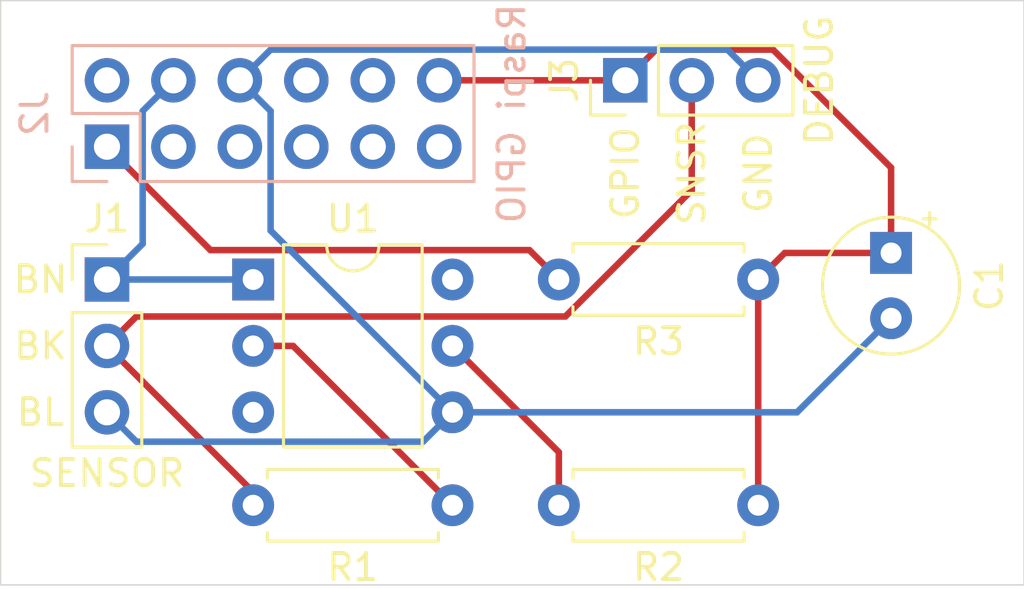
<source format=kicad_pcb>
(kicad_pcb (version 20211014) (generator pcbnew)
  (layers (0 "F.Cu" signal) (31 "B.Cu" signal) (34 "B.Paste" user) (35 "F.Paste" user) (36 "B.SilkS" user "B.Silkscreen") (37 "F.SilkS" user "F.Silkscreen") (38 "B.Mask" user) (39 "F.Mask" user) (44 "Edge.Cuts" user))
  (net 0 "")
  (net 1 "GND")
  (net 2 "D1")
  (net 3 "D2")
  (net 4 "+5V")
  (net 13 "+3V3")
  (net 14 "Net-(R1-Pad1)")
  (net 15 "Net-(R2-Pad2)")
  (footprint "Connector_PinHeader_2.54mm:PinHeader_1x03_P2.54mm_Vertical" (layer "F.Cu") (at 112.268 56.388)
    (fp_text reference "J1" (at 0 -2.33) (layer "F.SilkS"))
    (fp_text value "SENSOR" (at 0 7.41) (layer "F.SilkS"))
    (fp_line (start -1.33 6.41) (end 1.33 6.41) (layer "F.SilkS") (width 0.12))
    (fp_line (start -1.33 1.27) (end -1.33 6.41) (layer "F.SilkS") (width 0.12))
    (fp_line (start -1.33 1.27) (end 1.33 1.27) (layer "F.SilkS") (width 0.12))
    (fp_line (start -1.33 0) (end -1.33 -1.33) (layer "F.SilkS") (width 0.12))
    (fp_line (start -1.33 -1.33) (end 0 -1.33) (layer "F.SilkS") (width 0.12))
    (fp_line (start 1.33 1.27) (end 1.33 6.41) (layer "F.SilkS") (width 0.12))
    (pad "1" thru_hole rect locked (at 0 0) (size 1.7 1.7) (drill 1) (layers *.Cu *.Mask) (net 4 "+5V"))
    (pad "2" thru_hole oval locked (at 0 2.54) (size 1.7 1.7) (drill 1) (layers *.Cu *.Mask) (net 3 "D2"))
    (pad "3" thru_hole oval locked (at 0 5.08) (size 1.7 1.7) (drill 1) (layers *.Cu *.Mask) (net 1 "GND"))
  )
  (footprint "Connector_PinHeader_2.54mm:PinHeader_1x03_P2.54mm_Vertical" (layer "F.Cu") (at 132.08 48.768 90)
    (fp_text reference "J3" (at 0 -2.33 90) (layer "F.SilkS"))
    (fp_text value "DEBUG" (at 0 7.41 90) (layer "F.SilkS"))
    (fp_line (start -1.33 -1.33) (end 0 -1.33) (layer "F.SilkS") (width 0.12))
    (fp_line (start -1.33 6.41) (end 1.33 6.41) (layer "F.SilkS") (width 0.12))
    (fp_line (start 1.33 1.27) (end 1.33 6.41) (layer "F.SilkS") (width 0.12))
    (fp_line (start -1.33 0) (end -1.33 -1.33) (layer "F.SilkS") (width 0.12))
    (fp_line (start -1.33 1.27) (end -1.33 6.41) (layer "F.SilkS") (width 0.12))
    (fp_line (start -1.33 1.27) (end 1.33 1.27) (layer "F.SilkS") (width 0.12))
    (pad "1" thru_hole rect locked (at 0 0 90) (size 1.7 1.7) (drill 1) (layers *.Cu *.Mask) (net 2 "D1"))
    (pad "2" thru_hole oval locked (at 0 2.54 90) (size 1.7 1.7) (drill 1) (layers *.Cu *.Mask) (net 3 "D2"))
    (pad "3" thru_hole oval locked (at 0 5.08 90) (size 1.7 1.7) (drill 1) (layers *.Cu *.Mask) (net 1 "GND"))
  )
  (footprint "Resistor_THT:R_Axial_DIN0207_L6.3mm_D2.5mm_P7.62mm_Horizontal" (layer "F.Cu") (at 137.16 56.388 180)
    (fp_text reference "R3" (at 3.81 -2.37) (layer "F.SilkS"))
    (fp_text value "R")
    (fp_line (start 7.08 1.37) (end 7.08 1.04) (layer "F.SilkS") (width 0.12))
    (fp_line (start 0.54 -1.37) (end 7.08 -1.37) (layer "F.SilkS") (width 0.12))
    (fp_line (start 0.54 -1.04) (end 0.54 -1.37) (layer "F.SilkS") (width 0.12))
    (fp_line (start 0.54 1.37) (end 7.08 1.37) (layer "F.SilkS") (width 0.12))
    (fp_line (start 0.54 1.04) (end 0.54 1.37) (layer "F.SilkS") (width 0.12))
    (fp_line (start 7.08 -1.37) (end 7.08 -1.04) (layer "F.SilkS") (width 0.12))
    (pad "1" thru_hole circle locked (at 0 0 180) (size 1.6 1.6) (drill 0.8) (layers *.Cu *.Mask) (net 2 "D1"))
    (pad "2" thru_hole oval locked (at 7.62 0 180) (size 1.6 1.6) (drill 0.8) (layers *.Cu *.Mask) (net 13 "+3V3"))
  )
  (footprint "Package_DIP:DIP-6_W7.62mm" (layer "F.Cu") (at 117.856 56.388)
    (fp_text reference "U1" (at 3.81 -2.33) (layer "F.SilkS"))
    (fp_text value "4N35")
    (fp_line (start 6.46 6.41) (end 6.46 -1.33) (layer "F.SilkS") (width 0.12))
    (fp_line (start 2.81 -1.33) (end 1.16 -1.33) (layer "F.SilkS") (width 0.12))
    (fp_line (start 1.16 -1.33) (end 1.16 6.41) (layer "F.SilkS") (width 0.12))
    (fp_line (start 6.46 -1.33) (end 4.81 -1.33) (layer "F.SilkS") (width 0.12))
    (fp_line (start 1.16 6.41) (end 6.46 6.41) (layer "F.SilkS") (width 0.12))
    (fp_arc (start 4.81 -1.33) (mid 3.81 -0.33) (end 2.81 -1.33) (layer "F.SilkS") (width 0.12))
    (pad "1" thru_hole rect locked (at 0 0) (size 1.6 1.6) (drill 0.8) (layers *.Cu *.Mask) (net 4 "+5V"))
    (pad "2" thru_hole oval locked (at 0 2.54) (size 1.6 1.6) (drill 0.8) (layers *.Cu *.Mask) (net 14 "Net-(R1-Pad1)"))
    (pad "3" thru_hole oval locked (at 0 5.08) (size 1.6 1.6) (drill 0.8) (layers *.Cu *.Mask))
    (pad "4" thru_hole oval locked (at 7.62 5.08) (size 1.6 1.6) (drill 0.8) (layers *.Cu *.Mask) (net 1 "GND"))
    (pad "5" thru_hole oval locked (at 7.62 2.54) (size 1.6 1.6) (drill 0.8) (layers *.Cu *.Mask) (net 15 "Net-(R2-Pad2)"))
    (pad "6" thru_hole oval locked (at 7.62 0) (size 1.6 1.6) (drill 0.8) (layers *.Cu *.Mask))
  )
  (footprint "Resistor_THT:R_Axial_DIN0207_L6.3mm_D2.5mm_P7.62mm_Horizontal" (layer "F.Cu") (at 125.476 65.024 180)
    (fp_text reference "R1" (at 3.81 -2.37) (layer "F.SilkS"))
    (fp_text value "330")
    (fp_line (start 0.54 -1.04) (end 0.54 -1.37) (layer "F.SilkS") (width 0.12))
    (fp_line (start 0.54 1.37) (end 7.08 1.37) (layer "F.SilkS") (width 0.12))
    (fp_line (start 0.54 1.04) (end 0.54 1.37) (layer "F.SilkS") (width 0.12))
    (fp_line (start 7.08 -1.37) (end 7.08 -1.04) (layer "F.SilkS") (width 0.12))
    (fp_line (start 0.54 -1.37) (end 7.08 -1.37) (layer "F.SilkS") (width 0.12))
    (fp_line (start 7.08 1.37) (end 7.08 1.04) (layer "F.SilkS") (width 0.12))
    (pad "1" thru_hole circle locked (at 0 0 180) (size 1.6 1.6) (drill 0.8) (layers *.Cu *.Mask) (net 14 "Net-(R1-Pad1)"))
    (pad "2" thru_hole oval locked (at 7.62 0 180) (size 1.6 1.6) (drill 0.8) (layers *.Cu *.Mask) (net 3 "D2"))
  )
  (footprint "Resistor_THT:R_Axial_DIN0207_L6.3mm_D2.5mm_P7.62mm_Horizontal" (layer "F.Cu") (at 137.16 65.024 180)
    (fp_text reference "R2" (at 3.81 -2.37) (layer "F.SilkS"))
    (fp_text value "5K1")
    (fp_line (start 7.08 -1.37) (end 7.08 -1.04) (layer "F.SilkS") (width 0.12))
    (fp_line (start 0.54 1.37) (end 7.08 1.37) (layer "F.SilkS") (width 0.12))
    (fp_line (start 0.54 1.04) (end 0.54 1.37) (layer "F.SilkS") (width 0.12))
    (fp_line (start 7.08 1.37) (end 7.08 1.04) (layer "F.SilkS") (width 0.12))
    (fp_line (start 0.54 -1.37) (end 7.08 -1.37) (layer "F.SilkS") (width 0.12))
    (fp_line (start 0.54 -1.04) (end 0.54 -1.37) (layer "F.SilkS") (width 0.12))
    (pad "1" thru_hole circle locked (at 0 0 180) (size 1.6 1.6) (drill 0.8) (layers *.Cu *.Mask) (net 2 "D1"))
    (pad "2" thru_hole oval locked (at 7.62 0 180) (size 1.6 1.6) (drill 0.8) (layers *.Cu *.Mask) (net 15 "Net-(R2-Pad2)"))
  )
  (footprint "Capacitor_THT:CP_Radial_Tantal_D5.0mm_P2.50mm" (layer "F.Cu") (at 142.24 55.372 -90)
    (fp_text reference "C1" (at 1.25 -3.75 90) (layer "F.SilkS"))
    (fp_text value "100nF")
    (fp_line (start -1.554775 -1.475) (end -1.054775 -1.475) (layer "F.SilkS") (width 0.12))
    (fp_line (start -1.304775 -1.725) (end -1.304775 -1.225) (layer "F.SilkS") (width 0.12))
    (fp_circle (center 1.25 0) (end 3.87 0) (layer "F.SilkS") (width 0.12) (fill none))
    (pad "1" thru_hole rect locked (at 0 0 270) (size 1.6 1.6) (drill 0.8) (layers *.Cu *.Mask) (net 2 "D1"))
    (pad "2" thru_hole circle locked (at 2.5 0 270) (size 1.6 1.6) (drill 0.8) (layers *.Cu *.Mask) (net 1 "GND"))
  )
  (footprint "Connector_PinSocket_2.54mm:PinSocket_2x06_P2.54mm_Vertical" (layer "B.Cu") (at 112.268 51.308 -90)
    (fp_text reference "J2" (at -1.27 2.77 -90) (layer "B.SilkS") (effects (justify mirror)))
    (fp_text value "Raspi GPIO" (at -1.27 -15.47 -90) (layer "B.SilkS") (effects (justify mirror)))
    (fp_line (start -3.87 -14.03) (end 1.33 -14.03) (layer "B.SilkS") (width 0.12))
    (fp_line (start -3.87 1.33) (end -3.87 -14.03) (layer "B.SilkS") (width 0.12))
    (fp_line (start -1.27 1.33) (end -1.27 -1.27) (layer "B.SilkS") (width 0.12))
    (fp_line (start -3.87 1.33) (end -1.27 1.33) (layer "B.SilkS") (width 0.12))
    (fp_line (start 0 1.33) (end 1.33 1.33) (layer "B.SilkS") (width 0.12))
    (fp_line (start 1.33 -1.27) (end 1.33 -14.03) (layer "B.SilkS") (width 0.12))
    (fp_line (start -1.27 -1.27) (end 1.33 -1.27) (layer "B.SilkS") (width 0.12))
    (fp_line (start 1.33 1.33) (end 1.33 0) (layer "B.SilkS") (width 0.12))
    (pad "1" thru_hole rect locked (at 0 0 270) (size 1.7 1.7) (drill 1) (layers *.Cu *.Mask) (net 13 "+3V3"))
    (pad "2" thru_hole oval locked (at -2.54 0 270) (size 1.7 1.7) (drill 1) (layers *.Cu *.Mask))
    (pad "3" thru_hole oval locked (at 0 -2.54 270) (size 1.7 1.7) (drill 1) (layers *.Cu *.Mask))
    (pad "4" thru_hole oval locked (at -2.54 -2.54 270) (size 1.7 1.7) (drill 1) (layers *.Cu *.Mask) (net 4 "+5V"))
    (pad "5" thru_hole oval locked (at 0 -5.08 270) (size 1.7 1.7) (drill 1) (layers *.Cu *.Mask))
    (pad "6" thru_hole oval locked (at -2.54 -5.08 270) (size 1.7 1.7) (drill 1) (layers *.Cu *.Mask) (net 1 "GND"))
    (pad "7" thru_hole oval locked (at 0 -7.62 270) (size 1.7 1.7) (drill 1) (layers *.Cu *.Mask))
    (pad "8" thru_hole oval locked (at -2.54 -7.62 270) (size 1.7 1.7) (drill 1) (layers *.Cu *.Mask))
    (pad "9" thru_hole oval locked (at 0 -10.16 270) (size 1.7 1.7) (drill 1) (layers *.Cu *.Mask))
    (pad "10" thru_hole oval locked (at -2.54 -10.16 270) (size 1.7 1.7) (drill 1) (layers *.Cu *.Mask))
    (pad "11" thru_hole oval locked (at 0 -12.7 270) (size 1.7 1.7) (drill 1) (layers *.Cu *.Mask))
    (pad "12" thru_hole oval locked (at -2.54 -12.7 270) (size 1.7 1.7) (drill 1) (layers *.Cu *.Mask) (net 2 "D1"))
  )
  (gr_line (start 108.204 68.072) (end 108.204 45.72) (layer "Edge.Cuts") (width 0.05))
  (gr_line (start 108.204 45.72) (end 147.32 45.72) (layer "Edge.Cuts") (width 0.05))
  (gr_line (start 147.32 45.72) (end 147.32 68.072) (layer "Edge.Cuts") (width 0.05))
  (gr_line (start 147.32 68.072) (end 108.204 68.072) (layer "Edge.Cuts") (width 0.05))
  (gr_text "BN" (at 109.728 56.388) (layer "F.SilkS") (effects (font (size 1 1))))
  (gr_text "GPIO" (at 132.08 52.324 90) (layer "F.SilkS") (effects (font (size 1 1))))
  (gr_text "SNSR" (at 134.62 52.324 90) (layer "F.SilkS") (effects (font (size 1 1))))
  (gr_text "GND" (at 137.16 52.324 90) (layer "F.SilkS") (effects (font (size 1 1))))
  (gr_text "BK" (at 109.728 58.928) (layer "F.SilkS") (effects (font (size 1 1))))
  (gr_text "BL" (at 109.728 61.468) (layer "F.SilkS") (effects (font (size 1 1))))
  (segment (start 124.350999 62.593001) (end 113.393001 62.593001) (width 0.25) (layer "B.Cu") (net 1))
  (segment (start 118.523001 49.943001) (end 118.523001 54.515001) (width 0.25) (layer "B.Cu") (net 1))
  (segment (start 125.476 61.468) (end 138.644 61.468) (width 0.25) (layer "B.Cu") (net 1))
  (segment (start 138.644 61.468) (end 142.24 57.872) (width 0.25) (layer "B.Cu") (net 1))
  (segment (start 125.476 61.468) (end 124.350999 62.593001) (width 0.25) (layer "B.Cu") (net 1))
  (segment (start 135.984999 47.592999) (end 118.523001 47.592999) (width 0.25) (layer "B.Cu") (net 1))
  (segment (start 118.523001 54.515001) (end 125.476 61.468) (width 0.25) (layer "B.Cu") (net 1))
  (segment (start 137.16 48.768) (end 135.984999 47.592999) (width 0.25) (layer "B.Cu") (net 1))
  (segment (start 117.348 48.768) (end 118.523001 49.943001) (width 0.25) (layer "B.Cu") (net 1))
  (segment (start 113.393001 62.593001) (end 112.268 61.468) (width 0.25) (layer "B.Cu") (net 1))
  (segment (start 118.523001 47.592999) (end 117.348 48.768) (width 0.25) (layer "B.Cu") (net 1))
  (segment (start 133.255001 47.592999) (end 132.08 48.768) (width 0.25) (layer "F.Cu") (net 2))
  (segment (start 138.176 55.372) (end 137.16 56.388) (width 0.25) (layer "F.Cu") (net 2))
  (segment (start 142.24 52.108998) (end 137.724001 47.592999) (width 0.25) (layer "F.Cu") (net 2))
  (segment (start 142.24 55.372) (end 138.176 55.372) (width 0.25) (layer "F.Cu") (net 2))
  (segment (start 124.968 48.768) (end 132.08 48.768) (width 0.25) (layer "F.Cu") (net 2))
  (segment (start 137.16 56.388) (end 137.16 65.024) (width 0.25) (layer "F.Cu") (net 2))
  (segment (start 142.24 55.372) (end 142.24 52.108998) (width 0.25) (layer "F.Cu") (net 2))
  (segment (start 137.724001 47.592999) (end 133.255001 47.592999) (width 0.25) (layer "F.Cu") (net 2))
  (segment (start 112.268 58.928) (end 113.393001 57.802999) (width 0.25) (layer "F.Cu") (net 3))
  (segment (start 112.268 58.928) (end 117.856 64.516) (width 0.25) (layer "F.Cu") (net 3))
  (segment (start 117.856 64.516) (end 117.856 65.024) (width 0.25) (layer "F.Cu") (net 3))
  (segment (start 113.393001 57.802999) (end 129.790003 57.802999) (width 0.25) (layer "F.Cu") (net 3))
  (segment (start 129.790003 57.802999) (end 134.62 52.973002) (width 0.25) (layer "F.Cu") (net 3))
  (segment (start 134.62 52.973002) (end 134.62 48.768) (width 0.25) (layer "F.Cu") (net 3))
  (segment (start 112.268 56.388) (end 117.856 56.388) (width 0.25) (layer "B.Cu") (net 4))
  (segment (start 113.632999 49.943001) (end 113.632999 55.023001) (width 0.25) (layer "B.Cu") (net 4))
  (segment (start 114.808 48.768) (end 113.632999 49.943001) (width 0.25) (layer "B.Cu") (net 4))
  (segment (start 113.632999 55.023001) (end 112.268 56.388) (width 0.25) (layer "B.Cu") (net 4))
  (segment (start 116.222999 55.262999) (end 128.414999 55.262999) (width 0.25) (layer "F.Cu") (net 13))
  (segment (start 112.268 51.308) (end 116.222999 55.262999) (width 0.25) (layer "F.Cu") (net 13))
  (segment (start 128.414999 55.262999) (end 129.54 56.388) (width 0.25) (layer "F.Cu") (net 13))
  (segment (start 117.856 58.928) (end 119.38 58.928) (width 0.25) (layer "F.Cu") (net 14))
  (segment (start 119.38 58.928) (end 125.476 65.024) (width 0.25) (layer "F.Cu") (net 14))
  (segment (start 129.54 62.992) (end 129.54 65.024) (width 0.25) (layer "F.Cu") (net 15))
  (segment (start 125.476 58.928) (end 129.54 62.992) (width 0.25) (layer "F.Cu") (net 15))
)
</source>
